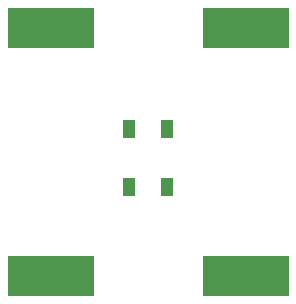
<source format=gbr>
G04 #@! TF.GenerationSoftware,KiCad,Pcbnew,(5.1.9)-1*
G04 #@! TF.CreationDate,2021-12-20T21:32:52+01:00*
G04 #@! TF.ProjectId,Omamori,4f6d616d-6f72-4692-9e6b-696361645f70,rev?*
G04 #@! TF.SameCoordinates,Original*
G04 #@! TF.FileFunction,Paste,Top*
G04 #@! TF.FilePolarity,Positive*
%FSLAX46Y46*%
G04 Gerber Fmt 4.6, Leading zero omitted, Abs format (unit mm)*
G04 Created by KiCad (PCBNEW (5.1.9)-1) date 2021-12-20 21:32:52*
%MOMM*%
%LPD*%
G01*
G04 APERTURE LIST*
%ADD10R,7.400000X3.500000*%
%ADD11R,1.000000X1.500000*%
G04 APERTURE END LIST*
D10*
X16750000Y-19500000D03*
X16750000Y-40500000D03*
X33250000Y-19500000D03*
X33250000Y-40500000D03*
D11*
X26600000Y-28050000D03*
X23400000Y-28050000D03*
X26600000Y-32950000D03*
X23400000Y-32950000D03*
M02*

</source>
